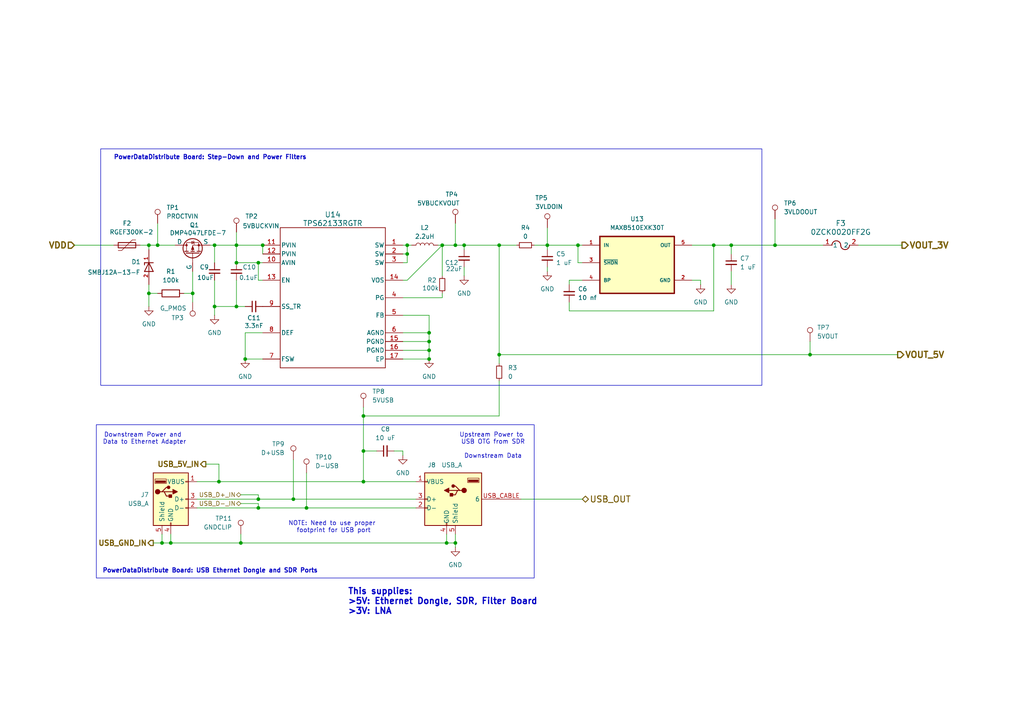
<source format=kicad_sch>
(kicad_sch (version 20231120) (generator "eeschema") (generator_version "8.0")
  (paper "A4")
  (title_block (title "PowerDataDistribute") (date "2025-03-28") (rev "Version 2.0"))
  (lib_symbols
    (symbol "Connector:TestPoint" (pin_numbers hide) (pin_names (offset 0.762) hide)
      (property "Reference" "TP" (at 0 6.858 0))
      (property "Value" "TestPoint" (at 0 5.08 0))
      (symbol "TestPoint_0_1"
        (circle (center 0 3.302) (radius 0.762))
      )
      (symbol "TestPoint_1_1"
        (pin passive line (at 0 0 90) (length 2.54) (name "1") (number "1"))
      )
    )
    (symbol "Connector:USB_A" (pin_names (offset 1.016))
      (property "Reference" "J" (at -5.08 11.43 0))
      (property "Value" "USB_A" (at -5.08 8.89 0))
      (symbol "USB_A_0_1"
        (rectangle (start -5.08 -7.62) (end 5.08 7.62) (stroke (width 0.254)) (fill (type background)))
        (circle (center -3.81 2.159) (radius 0.635) (stroke (width 0.254)) (fill (type outline)))
        (rectangle (start -1.524 4.826) (end -4.318 5.334) (fill (type outline)))
        (rectangle (start -1.27 4.572) (end -4.572 5.842))
        (circle (center -0.635 3.429) (radius 0.381) (stroke (width 0.254)) (fill (type outline)))
        (rectangle (start -0.127 -7.62) (end 0.127 -6.858))
        (polyline (pts (xy -3.175 2.159) (xy -2.54 2.159) (xy -1.27 3.429) (xy -0.635 3.429)) (stroke (width 0.254)))
        (polyline (pts (xy -2.54 2.159) (xy -1.905 2.159) (xy -1.27 0.889) (xy 0 0.889)) (stroke (width 0.254)))
        (polyline (pts (xy 0.635 2.794) (xy 0.635 1.524) (xy 1.905 2.159) (xy 0.635 2.794)) (stroke (width 0.254)) (fill (type outline)))
        (rectangle (start 0.254 1.27) (end -0.508 0.508) (stroke (width 0.254)) (fill (type outline)))
        (rectangle (start 5.08 -2.667) (end 4.318 -2.413))
        (rectangle (start 5.08 -0.127) (end 4.318 0.127))
        (rectangle (start 5.08 4.953) (end 4.318 5.207))
      )
      (symbol "USB_A_1_1"
        (polyline (pts (xy -1.905 2.159) (xy 0.635 2.159)) (stroke (width 0.254)))
        (pin power_in line (at 7.62 5.08 180) (length 2.54) (name "VBUS") (number "1"))
        (pin bidirectional line (at 7.62 -2.54 180) (length 2.54) (name "D-") (number "2"))
        (pin bidirectional line (at 7.62 0 180) (length 2.54) (name "D+") (number "3"))
        (pin power_in line (at 0 -10.16 90) (length 2.54) (name "GND") (number "4"))
        (pin passive line (at -2.54 -10.16 90) (length 2.54) (name "Shield") (number "5"))
      )
    )
    (symbol "Device:C_Small" (pin_numbers hide) (pin_names (offset 0.254) hide)
      (property "Reference" "C" (at 0.254 1.778 0))
      (property "Value" "C_Small" (at 0.254 -2.032 0))
      (symbol "C_Small_0_1"
        (polyline (pts (xy -1.524 -0.508) (xy 1.524 -0.508)) (stroke (width 0.3302)))
        (polyline (pts (xy -1.524 0.508) (xy 1.524 0.508)) (stroke (width 0.3048)))
      )
      (symbol "C_Small_1_1"
        (pin passive line (at 0 2.54 270) (length 2.032) (name "~") (number "1"))
        (pin passive line (at 0 -2.54 90) (length 2.032) (name "~") (number "2"))
      )
    )
    (symbol "Device:L" (pin_numbers hide) (pin_names (offset 1.016) hide)
      (property "Reference" "L" (at -1.27 0 90))
      (property "Value" "L" (at 1.905 0 90))
      (symbol "L_0_1"
        (arc (start 0 -2.54) (mid 0.6323 -1.905) (end 0 -1.27))
        (arc (start 0 -1.27) (mid 0.6323 -0.635) (end 0 0))
        (arc (start 0 0) (mid 0.6323 0.635) (end 0 1.27))
        (arc (start 0 1.27) (mid 0.6323 1.905) (end 0 2.54))
      )
      (symbol "L_1_1"
        (pin passive line (at 0 3.81 270) (length 1.27) (name "1") (number "1"))
        (pin passive line (at 0 -3.81 90) (length 1.27) (name "2") (number "2"))
      )
    )
    (symbol "Device:Polyfuse" (pin_numbers hide) (pin_names (offset 0))
      (property "Reference" "F" (at -2.54 0 90))
      (property "Value" "Polyfuse" (at 2.54 0 90))
      (symbol "Polyfuse_0_1"
        (rectangle (start -0.762 2.54) (end 0.762 -2.54) (stroke (width 0.254)))
        (polyline (pts (xy 0 2.54) (xy 0 -2.54)))
        (polyline (pts (xy -1.524 2.54) (xy -1.524 1.524) (xy 1.524 -1.524) (xy 1.524 -2.54)))
      )
      (symbol "Polyfuse_1_1"
        (pin passive line (at 0 3.81 270) (length 1.27) (name "~") (number "1"))
        (pin passive line (at 0 -3.81 90) (length 1.27) (name "~") (number "2"))
      )
    )
    (symbol "Device:R" (pin_numbers hide) (pin_names (offset 0))
      (property "Reference" "R" (at 2.032 0 90))
      (property "Value" "R" (at 0 0 90))
      (symbol "R_0_1"
        (rectangle (start -1.016 -2.54) (end 1.016 2.54) (stroke (width 0.254)))
      )
      (symbol "R_1_1"
        (pin passive line (at 0 3.81 270) (length 1.27) (name "~") (number "1"))
        (pin passive line (at 0 -3.81 90) (length 1.27) (name "~") (number "2"))
      )
    )
    (symbol "Device:R_Small" (pin_numbers hide) (pin_names (offset 0.254) hide)
      (property "Reference" "R" (at 0.762 0.508 0))
      (property "Value" "R_Small" (at 0.762 -1.016 0))
      (symbol "R_Small_0_1"
        (rectangle (start -0.762 1.778) (end 0.762 -1.778) (stroke (width 0.2032)))
      )
      (symbol "R_Small_1_1"
        (pin passive line (at 0 2.54 270) (length 0.762) (name "~") (number "1"))
        (pin passive line (at 0 -2.54 90) (length 0.762) (name "~") (number "2"))
      )
    )
    (symbol "Radio Telescope:0ZCK0020FF2G" (pin_names (offset 0.254))
      (property "Reference" "F" (at 5.08 3.175 0))
      (property "Value" "0ZCK0020FF2G" (at 5.08 -3.175 0))
      (symbol "0ZCK0020FF2G_0_1"
        (arc (start 5.08 0) (mid 3.81 1.2645) (end 2.54 0) (stroke (width 0.254)))
        (arc (start 5.08 0) (mid 6.35 -1.2645) (end 7.62 0) (stroke (width 0.254)))
        (pin unspecified line (at 0 0 0) (length 2.54) (name "1") (number "1"))
        (pin unspecified line (at 10.16 0 180) (length 2.54) (name "2") (number "2"))
      )
    )
    (symbol "Radio Telescope:MAX8510EXK30T" (pin_names (offset 1.016))
      (property "Reference" "U" (at -12.7 11.16 0))
      (property "Value" "MAX8510EXK30T" (at -8.89 -9.144 0))
      (symbol "MAX8510EXK30T_0_0"
        (rectangle (start -12.7 10.16) (end 8.89 -6.35) (stroke (width 0.41)) (fill (type background)))
        (pin input line (at -17.78 7.62 0) (length 5.08) (name "IN") (number "1"))
        (pin power_in line (at 13.97 -2.54 180) (length 5.08) (name "GND") (number "2"))
        (pin bidirectional line (at -17.78 2.54 0) (length 5.08) (name "~{SHDN}") (number "3"))
        (pin bidirectional line (at -17.78 -2.54 0) (length 5.08) (name "BP") (number "4"))
        (pin output line (at 13.97 7.62 180) (length 5.08) (name "OUT") (number "5"))
      )
    )
    (symbol "Radio Telescope:SMBJ5.0A-13-F" (pin_names (offset 1.016))
      (property "Reference" "D" (at -5.0835 2.4159 0))
      (property "Value" "SMBJ5.0A-13-F" (at -5.0854 -4.9611 0))
      (symbol "SMBJ5.0A-13-F_0_0"
        (polyline (pts (xy -1.27 -1.27) (xy -1.27 0)) (stroke (width 0.254)))
        (polyline (pts (xy -1.27 0) (xy -1.27 1.27)) (stroke (width 0.254)))
        (polyline (pts (xy -1.27 0) (xy 1.27 -1.27)) (stroke (width 0.254)))
        (polyline (pts (xy -0.635 -1.27) (xy -1.27 -1.27)) (stroke (width 0.254)))
        (polyline (pts (xy 1.27 -1.27) (xy 1.27 1.27)) (stroke (width 0.254)))
        (polyline (pts (xy 1.27 1.27) (xy -1.27 0)) (stroke (width 0.254)))
        (pin passive line (at -5.08 0 0) (length 5.08) (name "~") (number "1"))
        (pin passive line (at 5.08 0 180) (length 5.08) (name "~") (number "2"))
      )
    )
    (symbol "Radio Telescope:USB_A_WIRED"
      (property "Reference" "J" (at 0 0 0))
      (property "Value" "USB_A" (at -4.826 -0.762 0))
      (symbol "USB_A_WIRED_0_1"
        (rectangle (start -5.08 -2.54) (end 11.43 -17.78) (stroke (width 0.254)) (fill (type background)))
        (rectangle (start -1.27 -5.08) (end -4.064 -4.572) (fill (type outline)))
        (rectangle (start -1.016 -5.334) (end -4.318 -4.064))
        (circle (center 0 -7.62) (radius 0.635) (stroke (width 0.254)) (fill (type outline)))
        (polyline (pts (xy 0.635 -7.62) (xy 1.27 -7.62) (xy 2.54 -6.35) (xy 3.175 -6.35)) (stroke (width 0.254)))
        (polyline (pts (xy 1.27 -7.62) (xy 1.905 -7.62) (xy 2.54 -8.89) (xy 3.81 -8.89)) (stroke (width 0.254)))
        (polyline (pts (xy 4.445 -6.985) (xy 4.445 -8.255) (xy 5.715 -7.62) (xy 4.445 -6.985)) (stroke (width 0.254)) (fill (type outline)))
        (circle (center 3.175 -6.35) (radius 0.381) (stroke (width 0.254)) (fill (type outline)))
        (rectangle (start 4.064 -8.509) (end 3.302 -9.271) (stroke (width 0.254)) (fill (type outline)))
        (rectangle (start 4.953 -17.78) (end 5.207 -17.018))
        (rectangle (start 11.43 -12.827) (end 10.668 -12.573))
        (rectangle (start 11.43 -10.287) (end 10.668 -10.033))
        (rectangle (start 11.43 -5.207) (end 10.668 -4.953))
      )
      (symbol "USB_A_WIRED_1_1"
        (polyline (pts (xy 1.905 -7.62) (xy 4.445 -7.62)) (stroke (width 0.254)))
        (pin power_in line (at 13.97 -5.08 180) (length 2.54) (name "VBUS") (number "1"))
        (pin bidirectional line (at 13.97 -12.7 180) (length 2.54) (name "D-") (number "2"))
        (pin bidirectional line (at 13.97 -10.16 180) (length 2.54) (name "D+") (number "3"))
        (pin power_in line (at 5.08 -20.32 90) (length 2.54) (name "GND") (number "4"))
        (pin passive line (at 2.54 -20.32 90) (length 2.54) (name "Shield") (number "5"))
        (pin bidirectional line (at -16.51 -10.16 0) (length 11.43) (name "6") (number "USB_CABLE"))
      )
    )
    (symbol "Simulation_SPICE:PMOS" (pin_numbers hide) (pin_names (offset 0))
      (property "Reference" "Q" (at 5.08 1.27 0))
      (property "Value" "PMOS" (at 5.08 -1.27 0))
      (symbol "PMOS_0_1"
        (polyline (pts (xy 0.254 0) (xy -2.54 0)))
        (polyline (pts (xy 0.254 1.905) (xy 0.254 -1.905)) (stroke (width 0.254)))
        (polyline (pts (xy 0.762 -1.27) (xy 0.762 -2.286)) (stroke (width 0.254)))
        (polyline (pts (xy 0.762 0.508) (xy 0.762 -0.508)) (stroke (width 0.254)))
        (polyline (pts (xy 0.762 2.286) (xy 0.762 1.27)) (stroke (width 0.254)))
        (polyline (pts (xy 2.54 2.54) (xy 2.54 1.778)))
        (polyline (pts (xy 2.54 -2.54) (xy 2.54 0) (xy 0.762 0)))
        (polyline (pts (xy 0.762 1.778) (xy 3.302 1.778) (xy 3.302 -1.778) (xy 0.762 -1.778)))
        (polyline (pts (xy 2.286 0) (xy 1.27 0.381) (xy 1.27 -0.381) (xy 2.286 0)) (fill (type outline)))
        (polyline (pts (xy 2.794 -0.508) (xy 2.921 -0.381) (xy 3.683 -0.381) (xy 3.81 -0.254)))
        (polyline (pts (xy 3.302 -0.381) (xy 2.921 0.254) (xy 3.683 0.254) (xy 3.302 -0.381)))
        (circle (center 1.651 0) (radius 2.794) (stroke (width 0.254)))
        (circle (center 2.54 -1.778) (radius 0.254) (fill (type outline)))
        (circle (center 2.54 1.778) (radius 0.254) (fill (type outline)))
      )
      (symbol "PMOS_1_1"
        (pin passive line (at 2.54 5.08 270) (length 2.54) (name "D") (number "1"))
        (pin input line (at -5.08 0 0) (length 2.54) (name "G") (number "2"))
        (pin passive line (at 2.54 -5.08 90) (length 2.54) (name "S") (number "3"))
      )
    )
    (symbol "TPS62133RGTR:TPS62133RGTR" (pin_names (offset 0.254))
      (property "Reference" "U" (at 0 2.54 0))
      (property "Value" "TPS62133RGTR" (at 0 0 0))
      (symbol "TPS62133RGTR_0_1"
        (polyline (pts (xy -15.24 -20.32) (xy 15.24 -20.32)) (stroke (width 0.2032)))
        (polyline (pts (xy -15.24 20.32) (xy -15.24 -20.32)) (stroke (width 0.2032)))
        (polyline (pts (xy 15.24 -20.32) (xy 15.24 20.32)) (stroke (width 0.2032)))
        (polyline (pts (xy 15.24 20.32) (xy -15.24 20.32)) (stroke (width 0.2032)))
        (pin power_in line (at 20.32 15.24 180) (length 5.08) (name "SW") (number "1"))
        (pin power_in line (at -20.32 10.16 0) (length 5.08) (name "AVIN") (number "10"))
        (pin power_in line (at -20.32 15.24 0) (length 5.08) (name "PVIN") (number "11"))
        (pin power_in line (at -20.32 12.7 0) (length 5.08) (name "PVIN") (number "12"))
        (pin input line (at -20.32 5.08 0) (length 5.08) (name "EN") (number "13"))
        (pin input line (at 20.32 5.08 180) (length 5.08) (name "VOS") (number "14"))
        (pin power_in line (at 20.32 -12.7 180) (length 5.08) (name "PGND") (number "15"))
        (pin power_in line (at 20.32 -15.24 180) (length 5.08) (name "PGND") (number "16"))
        (pin power_in line (at 20.32 -17.78 180) (length 5.08) (name "EP") (number "17"))
        (pin power_in line (at 20.32 12.7 180) (length 5.08) (name "SW") (number "2"))
        (pin power_in line (at 20.32 10.16 180) (length 5.08) (name "SW") (number "3"))
        (pin open_collector line (at 20.32 0 180) (length 5.08) (name "PG") (number "4"))
        (pin input line (at 20.32 -5.08 180) (length 5.08) (name "FB") (number "5"))
        (pin power_in line (at 20.32 -10.16 180) (length 5.08) (name "AGND") (number "6"))
        (pin input line (at -20.32 -17.78 0) (length 5.08) (name "FSW") (number "7"))
        (pin input line (at -20.32 -10.16 0) (length 5.08) (name "DEF") (number "8"))
        (pin input line (at -20.32 -2.54 0) (length 5.08) (name "SS_TR") (number "9"))
      )
    )
    (symbol "power:GND" (power) (pin_numbers hide) (pin_names (offset 0) hide)
      (property "Value" "GND" (at 0 -3.81 0))
      (symbol "GND_0_1"
        (polyline (pts (xy 0 0) (xy 0 -1.27) (xy 1.27 -1.27) (xy 0 -2.54) (xy -1.27 -1.27) (xy 0 -1.27)))
      )
      (symbol "GND_1_1"
        (pin power_in line (at 0 0 270) (length 0) (name "~") (number "1"))
      )
    )
  )
  (junction (at 105.41 120.65))
  (junction (at 45.72 71.12))
  (junction (at 105.41 130.81))
  (junction (at 118.11 73.66))
  (junction (at 132.08 157.48))
  (junction (at 224.79 71.12))
  (junction (at 76.2 71.12))
  (junction (at 63.5 139.7))
  (junction (at 62.23 88.9))
  (junction (at 74.93 147.32))
  (junction (at 88.9 147.32))
  (junction (at 74.93 144.78))
  (junction (at 105.41 139.7))
  (junction (at 207.01 71.12))
  (junction (at 134.62 71.12))
  (junction (at 124.46 99.06))
  (junction (at 74.93 76.2))
  (junction (at 144.78 71.12))
  (junction (at 124.46 96.52))
  (junction (at 46.99 157.48))
  (junction (at 68.58 76.2))
  (junction (at 43.18 71.12))
  (junction (at 43.18 85.09))
  (junction (at 158.75 71.12))
  (junction (at 68.58 88.9))
  (junction (at 144.78 102.87))
  (junction (at 124.46 101.6))
  (junction (at 55.88 85.09))
  (junction (at 212.09 71.12))
  (junction (at 85.09 144.78))
  (junction (at 128.27 71.12))
  (junction (at 118.11 71.12))
  (junction (at 62.23 71.12))
  (junction (at 234.95 102.87))
  (junction (at 132.08 71.12))
  (junction (at 71.12 104.14))
  (junction (at 124.46 104.14))
  (junction (at 69.85 157.48))
  (junction (at 129.54 157.48))
  (junction (at 68.58 71.12))
  (junction (at 49.53 157.48))
  (junction (at 167.64 71.12))
  (wire (pts (xy 62.23 81.28) (xy 62.23 88.9)))
  (wire (pts (xy 74.93 146.05) (xy 74.93 147.32)))
  (wire (pts (xy 74.93 144.78) (xy 85.09 144.78)))
  (wire (pts (xy 69.85 154.94) (xy 69.85 157.48)))
  (wire (pts (xy 118.11 81.28) (xy 128.27 71.12)))
  (wire (pts (xy 118.11 71.12) (xy 119.38 71.12)))
  (wire (pts (xy 168.91 144.78) (xy 151.13 144.78)))
  (wire (pts (xy 49.53 154.94) (xy 49.53 157.48)))
  (wire (pts (xy 207.01 71.12) (xy 200.66 71.12)))
  (wire (pts (xy 46.99 157.48) (xy 49.53 157.48)))
  (wire (pts (xy 144.78 102.87) (xy 144.78 105.41)))
  (wire (pts (xy 124.46 99.06) (xy 124.46 101.6)))
  (wire (pts (xy 212.09 71.12) (xy 212.09 73.66)))
  (wire (pts (xy 55.88 85.09) (xy 55.88 87.63)))
  (wire (pts (xy 116.84 71.12) (xy 118.11 71.12)))
  (wire (pts (xy 76.2 96.52) (xy 71.12 96.52)))
  (wire (pts (xy 105.41 120.65) (xy 144.78 120.65)))
  (wire (pts (xy 71.12 104.14) (xy 76.2 104.14)))
  (wire (pts (xy 69.85 143.51) (xy 74.93 143.51)))
  (wire (pts (xy 224.79 71.12) (xy 238.76 71.12)))
  (wire (pts (xy 116.84 101.6) (xy 124.46 101.6)))
  (wire (pts (xy 68.58 71.12) (xy 76.2 71.12)))
  (wire (pts (xy 116.84 96.52) (xy 124.46 96.52)))
  (wire (pts (xy 124.46 96.52) (xy 124.46 99.06)))
  (wire (pts (xy 74.93 76.2) (xy 76.2 76.2)))
  (wire (pts (xy 60.96 71.12) (xy 62.23 71.12)))
  (wire (pts (xy 62.23 88.9) (xy 62.23 91.44)))
  (wire (pts (xy 128.27 85.09) (xy 128.27 86.36)))
  (wire (pts (xy 144.78 71.12) (xy 144.78 102.87)))
  (wire (pts (xy 68.58 67.31) (xy 68.58 71.12)))
  (wire (pts (xy 124.46 91.44) (xy 124.46 96.52)))
  (wire (pts (xy 116.84 81.28) (xy 118.11 81.28)))
  (wire (pts (xy 118.11 76.2) (xy 118.11 73.66)))
  (wire (pts (xy 158.75 66.04) (xy 158.75 71.12)))
  (wire (pts (xy 134.62 71.12) (xy 134.62 72.39)))
  (wire (pts (xy 132.08 157.48) (xy 132.08 158.75)))
  (wire (pts (xy 43.18 72.39) (xy 43.18 71.12)))
  (wire (pts (xy 88.9 137.16) (xy 88.9 147.32)))
  (wire (pts (xy 68.58 81.28) (xy 68.58 88.9)))
  (wire (pts (xy 62.23 71.12) (xy 68.58 71.12)))
  (wire (pts (xy 129.54 154.94) (xy 129.54 157.48)))
  (wire (pts (xy 45.72 64.77) (xy 45.72 71.12)))
  (wire (pts (xy 40.64 71.12) (xy 43.18 71.12)))
  (wire (pts (xy 105.41 130.81) (xy 105.41 139.7)))
  (wire (pts (xy 118.11 73.66) (xy 118.11 71.12)))
  (wire (pts (xy 74.93 143.51) (xy 74.93 144.78)))
  (wire (pts (xy 69.85 146.05) (xy 74.93 146.05)))
  (wire (pts (xy 144.78 102.87) (xy 234.95 102.87)))
  (wire (pts (xy 132.08 154.94) (xy 132.08 157.48)))
  (wire (pts (xy 63.5 134.62) (xy 63.5 139.7)))
  (wire (pts (xy 224.79 63.5) (xy 224.79 71.12)))
  (wire (pts (xy 168.91 76.2) (xy 167.64 76.2)))
  (wire (pts (xy 207.01 90.17) (xy 207.01 71.12)))
  (wire (pts (xy 105.41 139.7) (xy 120.65 139.7)))
  (wire (pts (xy 71.12 96.52) (xy 71.12 104.14)))
  (wire (pts (xy 43.18 82.55) (xy 43.18 85.09)))
  (wire (pts (xy 158.75 71.12) (xy 158.75 72.39)))
  (wire (pts (xy 59.69 134.62) (xy 63.5 134.62)))
  (wire (pts (xy 134.62 71.12) (xy 132.08 71.12)))
  (wire (pts (xy 128.27 71.12) (xy 132.08 71.12)))
  (wire (pts (xy 116.84 76.2) (xy 118.11 76.2)))
  (wire (pts (xy 165.1 90.17) (xy 207.01 90.17)))
  (wire (pts (xy 132.08 64.77) (xy 132.08 71.12)))
  (wire (pts (xy 45.72 71.12) (xy 43.18 71.12)))
  (wire (pts (xy 68.58 76.2) (xy 74.93 76.2)))
  (wire (pts (xy 116.84 91.44) (xy 124.46 91.44)))
  (wire (pts (xy 158.75 71.12) (xy 167.64 71.12)))
  (wire (pts (xy 116.84 73.66) (xy 118.11 73.66)))
  (wire (pts (xy 203.2 81.28) (xy 203.2 82.55)))
  (wire (pts (xy 105.41 130.81) (xy 109.22 130.81)))
  (wire (pts (xy 49.53 157.48) (xy 69.85 157.48)))
  (wire (pts (xy 167.64 71.12) (xy 168.91 71.12)))
  (wire (pts (xy 45.72 71.12) (xy 50.8 71.12)))
  (wire (pts (xy 105.41 118.11) (xy 105.41 120.65)))
  (wire (pts (xy 165.1 81.28) (xy 165.1 82.55)))
  (wire (pts (xy 168.91 81.28) (xy 165.1 81.28)))
  (wire (pts (xy 248.92 71.12) (xy 261.62 71.12)))
  (wire (pts (xy 127 71.12) (xy 128.27 71.12)))
  (wire (pts (xy 114.3 130.81) (xy 116.84 130.81)))
  (wire (pts (xy 144.78 110.49) (xy 144.78 120.65)))
  (wire (pts (xy 212.09 71.12) (xy 224.79 71.12)))
  (wire (pts (xy 43.18 85.09) (xy 43.18 88.9)))
  (wire (pts (xy 43.18 85.09) (xy 45.72 85.09)))
  (wire (pts (xy 57.15 147.32) (xy 74.93 147.32)))
  (wire (pts (xy 212.09 78.74) (xy 212.09 82.55)))
  (wire (pts (xy 74.93 76.2) (xy 74.93 81.28)))
  (wire (pts (xy 85.09 133.35) (xy 85.09 144.78)))
  (wire (pts (xy 134.62 77.47) (xy 134.62 80.01)))
  (wire (pts (xy 68.58 88.9) (xy 71.12 88.9)))
  (wire (pts (xy 85.09 144.78) (xy 120.65 144.78)))
  (wire (pts (xy 74.93 147.32) (xy 88.9 147.32)))
  (wire (pts (xy 128.27 71.12) (xy 128.27 80.01)))
  (wire (pts (xy 144.78 71.12) (xy 149.86 71.12)))
  (wire (pts (xy 129.54 157.48) (xy 132.08 157.48)))
  (wire (pts (xy 234.95 99.06) (xy 234.95 102.87)))
  (wire (pts (xy 62.23 71.12) (xy 62.23 76.2)))
  (wire (pts (xy 234.95 102.87) (xy 260.35 102.87)))
  (wire (pts (xy 134.62 71.12) (xy 144.78 71.12)))
  (wire (pts (xy 200.66 81.28) (xy 203.2 81.28)))
  (wire (pts (xy 68.58 71.12) (xy 68.58 76.2)))
  (wire (pts (xy 154.94 71.12) (xy 158.75 71.12)))
  (wire (pts (xy 63.5 139.7) (xy 105.41 139.7)))
  (wire (pts (xy 69.85 157.48) (xy 129.54 157.48)))
  (wire (pts (xy 62.23 88.9) (xy 68.58 88.9)))
  (wire (pts (xy 116.84 130.81) (xy 116.84 132.08)))
  (wire (pts (xy 21.59 71.12) (xy 33.02 71.12)))
  (wire (pts (xy 76.2 71.12) (xy 76.2 73.66)))
  (wire (pts (xy 55.88 85.09) (xy 53.34 85.09)))
  (wire (pts (xy 57.15 144.78) (xy 74.93 144.78)))
  (wire (pts (xy 116.84 86.36) (xy 128.27 86.36)))
  (wire (pts (xy 76.2 81.28) (xy 74.93 81.28)))
  (wire (pts (xy 158.75 77.47) (xy 158.75 78.74)))
  (wire (pts (xy 44.45 157.48) (xy 46.99 157.48)))
  (wire (pts (xy 105.41 130.81) (xy 105.41 120.65)))
  (wire (pts (xy 88.9 147.32) (xy 120.65 147.32)))
  (wire (pts (xy 55.88 78.74) (xy 55.88 85.09)))
  (wire (pts (xy 165.1 87.63) (xy 165.1 90.17)))
  (wire (pts (xy 124.46 101.6) (xy 124.46 104.14)))
  (wire (pts (xy 207.01 71.12) (xy 212.09 71.12)))
  (wire (pts (xy 167.64 76.2) (xy 167.64 71.12)))
  (wire (pts (xy 116.84 99.06) (xy 124.46 99.06)))
  (wire (pts (xy 116.84 104.14) (xy 124.46 104.14)))
  (wire (pts (xy 57.15 139.7) (xy 63.5 139.7)))
  (wire (pts (xy 46.99 157.48) (xy 46.99 154.94)))
  (rectangle (start 27.94 123.19) (end 154.94 167.64))
  (rectangle (start 29.21 43.18) (end 220.98 111.76))
  (text "NOTE: Need to use proper \nfootprint for USB port" (at 96.774 152.908 0) (effects (font (size 1.27 1.27))))
  (text "PowerDataDistribute Board: USB Ethernet Dongle and SDR Ports" (at 60.96 165.608 0) (effects (font (size 1.27 1.27) (thickness 0.254) (bold yes))))
  (text "Downstream Power and \nData to Ethernet Adapter" (at 41.91 127.254 0) (effects (font (size 1.27 1.27))))
  (text "Upstream Power to \nUSB OTG from SDR\n\nDownstream Data" (at 143.002 129.286 0) (effects (font (size 1.27 1.27))))
  (text "This supplies:\n>5V: Ethernet Dongle, SDR, Filter Board\n>3V: LNA" (at 100.838 174.498 0) (effects (font (size 1.778 1.778) (thickness 0.3556) (bold yes)) (justify left)))
  (text "PowerDataDistribute Board: Step-Down and Power Filters" (at 60.96 45.72 0) (effects (font (size 1.27 1.27) (thickness 0.254) (bold yes))))
  (hierarchical_label "VDD" (shape input) (at 21.59 71.12 180) (effects (font (size 1.778 1.778) (thickness 0.3556) (bold yes))))
  (hierarchical_label "USB_D-_IN" (shape bidirectional) (at 69.85 146.05 180))
  (hierarchical_label "USB_D+_IN" (shape bidirectional) (at 69.85 143.51 180))
  (hierarchical_label "USB_5V_IN" (shape output) (at 59.69 134.62 180) (effects (font (size 1.524 1.524) (thickness 0.3048) (bold yes))))
  (hierarchical_label "USB_GND_IN" (shape output) (at 44.45 157.48 180) (effects (font (size 1.524 1.524) (thickness 0.3048) (bold yes))))
  (hierarchical_label "VOUT_3V" (shape output) (at 261.62 71.12 0) (effects (font (size 1.778 1.778) (thickness 0.3556) (bold yes))))
  (hierarchical_label "USB_OUT" (shape bidirectional) (at 168.91 144.78 0) (effects (font (size 1.778 1.778) (thickness 0.254) (bold yes))))
  (hierarchical_label "VOUT_5V" (shape output) (at 260.35 102.87 0) (effects (font (size 1.778 1.778) (thickness 0.3556) (bold yes))))
  (symbol (lib_id "Connector:TestPoint") (at 55.88 87.63 180) (unit 1)
    (property "Reference" "TP3" (at 53.34 92.2021 0) (effects (justify left)))
    (property "Value" "G_PMOS" (at 54.102 89.408 0) (effects (justify left)))
    (property "Footprint" "Library:TestPoint_Pad_D1.0mm_Edit" (effects (hide yes)))
    (property "Description" "test point" (effects (hide yes)))
  )
  (symbol (lib_id "power:GND") (at 132.08 158.75 0) (unit 1)
    (property "Reference" "#PWR028" (effects (hide yes)))
    (property "Value" "GND" (at 132.08 163.83 0))
    (property "Description" "Power symbol creates a global label with name \"GND\" , ground" (effects (hide yes)))
  )
  (symbol (lib_id "Connector:TestPoint") (at 85.09 133.35 0) (mirror y) (unit 1)
    (property "Reference" "TP9" (at 82.55 128.7779 0) (effects (justify left)))
    (property "Value" "D+USB" (at 82.55 131.3179 0) (effects (justify left)))
    (property "Footprint" "Library:TestPoint_Pad_D1.0mm_Edit" (effects (hide yes)))
    (property "Description" "test point" (effects (hide yes)))
  )
  (symbol (lib_id "Radio Telescope:SMBJ5.0A-13-F") (at 43.18 77.47 270) (unit 1)
    (property "Reference" "D1" (at 38.1 75.946 90) (effects (justify left)))
    (property "Value" "SMBJ12A-13-F" (at 25.4 78.994 90) (effects (justify left)))
    (property "Footprint" "Library:SMB_DIO" (effects (hide yes)))
    (property "MAXIMUM_PACKAGE_HEIGHT" "2.50mm" (effects (hide yes)))
    (property "PARTREV" "20 - 2" (effects (hide yes)))
    (property "MANUFACTURER" "Diodes Inc." (effects (hide yes)))
    (property "SNAPEDA_PACKAGE_ID" "7518" (effects (hide yes)))
    (property "STANDARD" "IPC 7351B" (effects (hide yes)))
  )
  (symbol (lib_id "Connector:TestPoint") (at 158.75 66.04 0) (unit 1)
    (property "Reference" "TP5" (at 155.194 57.404 0) (effects (justify left)))
    (property "Value" "3VLDOIN" (at 155.194 59.944 0) (effects (justify left)))
    (property "Footprint" "Library:TestPoint_Pad_D1.0mm_Edit" (effects (hide yes)))
    (property "Description" "test point" (effects (hide yes)))
  )
  (symbol (lib_id "Device:L") (at 123.19 71.12 90) (unit 1)
    (property "Reference" "L2" (at 123.19 66.04 90))
    (property "Value" "2.2uH" (at 123.19 68.58 90))
    (property "Footprint" "Library:IND_CB_DRA73" (effects (hide yes)))
    (property "Description" "Inductor" (effects (hide yes)))
  )
  (symbol (lib_id "power:GND") (at 43.18 88.9 0) (unit 1)
    (property "Reference" "#PWR035" (effects (hide yes)))
    (property "Value" "GND" (at 43.18 93.98 0))
    (property "Description" "Power symbol creates a global label with name \"GND\" , ground" (effects (hide yes)))
  )
  (symbol (lib_id "Connector:TestPoint") (at 224.79 63.5 0) (unit 1)
    (property "Reference" "TP6" (at 227.33 58.9279 0) (effects (justify left)))
    (property "Value" "3VLDOOUT" (at 227.33 61.4679 0) (effects (justify left)))
    (property "Footprint" "Library:TestPoint_Pad_D1.0mm_Edit" (effects (hide yes)))
    (property "Description" "test point" (effects (hide yes)))
  )
  (symbol (lib_id "Device:Polyfuse") (at 36.83 71.12 90) (unit 1)
    (property "Reference" "F2" (at 36.83 64.77 90))
    (property "Value" "RGEF300K-2" (at 38.1 67.31 90))
    (property "Footprint" "Library:RGEF300K-2" (effects (hide yes)))
    (property "Description" "Resettable fuse, polymeric positive temperature coefficient" (effects (hide yes)))
  )
  (symbol (lib_id "power:GND") (at 71.12 104.14 0) (unit 1)
    (property "Reference" "#PWR039" (effects (hide yes)))
    (property "Value" "GND" (at 71.12 109.22 0))
    (property "Description" "Power symbol creates a global label with name \"GND\" , ground" (effects (hide yes)))
  )
  (symbol (lib_id "Radio Telescope:USB_A_WIRED") (at 134.62 134.62 0) (mirror y) (unit 1)
    (property "Reference" "J8" (at 125.222 134.874 0))
    (property "Value" "USB_A" (at 131.064 134.874 0))
    (property "Footprint" "Library:CONN_AU-Y1005-2_ASM" (effects (hide yes)))
  )
  (symbol (lib_id "power:GND") (at 158.75 78.74 0) (unit 1)
    (property "Reference" "#PWR018" (effects (hide yes)))
    (property "Value" "GND" (at 158.75 83.82 0))
    (property "Description" "Power symbol creates a global label with name \"GND\" , ground" (effects (hide yes)))
  )
  (symbol (lib_id "Simulation_SPICE:PMOS") (at 55.88 73.66 90) (unit 1)
    (property "Reference" "Q1" (at 56.388 65.278 90))
    (property "Value" "DMP4047LFDE-7" (at 57.404 67.564 90))
    (property "Footprint" "Library:U-DFN2020-6_DIO" (effects (hide yes)))
    (property "Datasheet" "https://ngspice.sourceforge.io/docs/ngspice-html-manual/manual.xhtml#cha_MOSFETs" (effects (hide yes)))
    (property "Description" "P-MOSFET transistor, drain/source/gate" (effects (hide yes)))
    (property "Sim.Device" "PMOS" (effects (hide yes)))
    (property "Sim.Type" "VDMOS" (effects (hide yes)))
    (property "Sim.Pins" "1=D 2=G 3=S" (effects (hide yes)))
  )
  (symbol (lib_id "Connector:TestPoint") (at 69.85 154.94 0) (mirror y) (unit 1)
    (property "Reference" "TP11" (at 67.31 150.3679 0) (effects (justify left)))
    (property "Value" "GNDCLIP" (at 67.31 152.9079 0) (effects (justify left)))
    (property "Footprint" "TestPoint:TestPoint_Pad_4.0x4.0mm" (effects (hide yes)))
    (property "Description" "test point" (effects (hide yes)))
  )
  (symbol (lib_id "Device:C_Small") (at 158.75 74.93 0) (unit 1)
    (property "Reference" "C5" (at 161.29 73.6662 0) (effects (justify left)))
    (property "Value" "1 uF" (at 161.29 76.2062 0) (effects (justify left)))
    (property "Footprint" "Capacitor_SMD:C_0805_2012Metric" (effects (hide yes)))
    (property "Description" "Unpolarized capacitor, small symbol" (effects (hide yes)))
  )
  (symbol (lib_id "Device:R_Small") (at 152.4 71.12 270) (unit 1)
    (property "Reference" "R4" (at 152.4 66.04 90))
    (property "Value" "0" (at 152.4 68.58 90))
    (property "Footprint" "Resistor_SMD:R_0805_2012Metric" (effects (hide yes)))
    (property "Description" "Resistor, small symbol" (effects (hide yes)))
  )
  (symbol (lib_id "Radio Telescope:MAX8510EXK30T") (at 186.69 78.74 0) (unit 1)
    (property "Reference" "U13" (at 184.785 63.5 0))
    (property "Value" "MAX8510EXK30T" (at 184.785 66.04 0))
    (property "Footprint" "Library:SOT65P210X110-5N" (effects (hide yes)))
  )
  (symbol (lib_id "TPS62133RGTR:TPS62133RGTR") (at 96.52 86.36 0) (unit 1)
    (property "Reference" "U14" (at 96.52 62.23 0) (effects (font (size 1.524 1.524))))
    (property "Value" "TPS62133RGTR" (at 96.52 64.77 0) (effects (font (size 1.524 1.524))))
    (property "Footprint" "TPS62133RGTR:RGT0016C" (effects (hide yes)))
    (property "Datasheet" "https://www.ti.com/lit/ds/symlink/tps62130.pdf?HQS=dis-dk-null-digikeymode-dsf-pf-null-wwe&ts=1743207300295" (effects (hide yes)))
  )
  (symbol (lib_id "Connector:TestPoint") (at 68.58 67.31 0) (unit 1)
    (property "Reference" "TP2" (at 71.12 62.7379 0) (effects (justify left)))
    (property "Value" "5VBUCKVIN" (at 70.358 65.532 0) (effects (justify left)))
    (property "Footprint" "Library:TestPoint_Pad_D1.0mm_Edit" (effects (hide yes)))
    (property "Description" "test point" (effects (hide yes)))
  )
  (symbol (lib_id "Connector:TestPoint") (at 105.41 118.11 0) (unit 1)
    (property "Reference" "TP8" (at 107.95 113.5379 0) (effects (justify left)))
    (property "Value" "5VUSB" (at 107.95 116.0779 0) (effects (justify left)))
    (property "Footprint" "Library:TestPoint_Pad_D1.0mm_Edit" (effects (hide yes)))
    (property "Description" "test point" (effects (hide yes)))
  )
  (symbol (lib_id "Device:C_Small") (at 62.23 78.74 0) (unit 1)
    (property "Reference" "C9" (at 57.912 77.47 0) (effects (justify left)))
    (property "Value" "10uF" (at 57.15 80.518 0) (effects (justify left)))
    (property "Footprint" "Capacitor_SMD:C_0805_2012Metric" (effects (hide yes)))
    (property "Description" "Unpolarized capacitor, small symbol" (effects (hide yes)))
  )
  (symbol (lib_id "Device:C_Small") (at 68.58 78.74 0) (unit 1)
    (property "Reference" "C10" (at 70.358 77.47 0) (effects (justify left)))
    (property "Value" "0.1uF" (at 69.342 80.518 0) (effects (justify left)))
    (property "Footprint" "Capacitor_SMD:C_0805_2012Metric" (effects (hide yes)))
    (property "Description" "Unpolarized capacitor, small symbol" (effects (hide yes)))
  )
  (symbol (lib_id "Device:R_Small") (at 128.27 82.55 0) (unit 1)
    (property "Reference" "R2" (at 123.952 81.28 0) (effects (justify left)))
    (property "Value" "100k" (at 122.428 83.566 0) (effects (justify left)))
    (property "Footprint" "Resistor_SMD:R_0805_2012Metric" (effects (hide yes)))
    (property "Description" "Resistor, small symbol" (effects (hide yes)))
  )
  (symbol (lib_id "power:GND") (at 203.2 82.55 0) (unit 1)
    (property "Reference" "#PWR033" (effects (hide yes)))
    (property "Value" "GND" (at 203.2 87.63 0))
    (property "Description" "Power symbol creates a global label with name \"GND\" , ground" (effects (hide yes)))
  )
  (symbol (lib_id "Device:R") (at 49.53 85.09 270) (unit 1)
    (property "Reference" "R1" (at 49.53 78.74 90))
    (property "Value" "100k" (at 49.53 81.28 90))
    (property "Footprint" "Resistor_SMD:R_0805_2012Metric" (effects (hide yes)))
    (property "Description" "Resistor" (effects (hide yes)))
  )
  (symbol (lib_id "power:GND") (at 124.46 104.14 0) (unit 1)
    (property "Reference" "#PWR040" (effects (hide yes)))
    (property "Value" "GND" (at 124.46 109.22 0))
    (property "Description" "Power symbol creates a global label with name \"GND\" , ground" (effects (hide yes)))
  )
  (symbol (lib_id "Radio Telescope:0ZCK0020FF2G") (at 238.76 71.12 0) (unit 1)
    (property "Reference" "F3" (at 243.84 64.77 0) (effects (font (size 1.524 1.524))))
    (property "Value" "0ZCK0020FF2G" (at 243.84 67.31 0) (effects (font (size 1.524 1.524))))
    (property "Footprint" "Library:0ZCK_BEL" (effects (hide yes)))
    (property "Datasheet" "0ZCK0020FF2G" (effects (hide yes)))
  )
  (symbol (lib_id "Device:R_Small") (at 144.78 107.95 180) (unit 1)
    (property "Reference" "R3" (at 147.32 106.6799 0) (effects (justify right)))
    (property "Value" "0" (at 147.32 109.2199 0) (effects (justify right)))
    (property "Footprint" "Resistor_SMD:R_0805_2012Metric" (effects (hide yes)))
    (property "Description" "Resistor, small symbol" (effects (hide yes)))
  )
  (symbol (lib_id "power:GND") (at 212.09 82.55 0) (unit 1)
    (property "Reference" "#PWR034" (effects (hide yes)))
    (property "Value" "GND" (at 212.09 87.63 0))
    (property "Description" "Power symbol creates a global label with name \"GND\" , ground" (effects (hide yes)))
  )
  (symbol (lib_id "Device:C_Small") (at 212.09 76.2 0) (unit 1)
    (property "Reference" "C7" (at 214.63 74.9362 0) (effects (justify left)))
    (property "Value" "1 uF" (at 214.63 77.4762 0) (effects (justify left)))
    (property "Footprint" "Capacitor_SMD:C_0805_2012Metric" (effects (hide yes)))
    (property "Description" "Unpolarized capacitor, small symbol" (effects (hide yes)))
  )
  (symbol (lib_id "Connector:TestPoint") (at 132.08 64.77 0) (mirror y) (unit 1)
    (property "Reference" "TP4" (at 132.842 56.388 0) (effects (justify left)))
    (property "Value" "5VBUCKVOUT" (at 133.35 58.928 0) (effects (justify left)))
    (property "Footprint" "Library:TestPoint_Pad_D1.0mm_Edit" (effects (hide yes)))
    (property "Description" "test point" (effects (hide yes)))
  )
  (symbol (lib_id "Connector:TestPoint") (at 88.9 137.16 0) (unit 1)
    (property "Reference" "TP10" (at 91.44 132.5879 0) (effects (justify left)))
    (property "Value" "D-USB" (at 91.44 135.1279 0) (effects (justify left)))
    (property "Footprint" "Library:TestPoint_Pad_D1.0mm_Edit" (effects (hide yes)))
    (property "Description" "test point" (effects (hide yes)))
  )
  (symbol (lib_id "Connector:TestPoint") (at 45.72 64.77 0) (unit 1)
    (property "Reference" "TP1" (at 48.26 60.1979 0) (effects (justify left)))
    (property "Value" "PROCTVIN" (at 48.26 62.7379 0) (effects (justify left)))
    (property "Footprint" "Library:TestPoint_Pad_D1.0mm_Edit" (effects (hide yes)))
    (property "Description" "test point" (effects (hide yes)))
  )
  (symbol (lib_id "power:GND") (at 116.84 132.08 0) (unit 1)
    (property "Reference" "#PWR036" (effects (hide yes)))
    (property "Value" "GND" (at 116.84 137.16 0))
    (property "Description" "Power symbol creates a global label with name \"GND\" , ground" (effects (hide yes)))
  )
  (symbol (lib_id "power:GND") (at 134.62 80.01 0) (unit 1)
    (property "Reference" "#PWR042" (effects (hide yes)))
    (property "Value" "GND" (at 134.62 85.09 0))
    (property "Description" "Power symbol creates a global label with name \"GND\" , ground" (effects (hide yes)))
  )
  (symbol (lib_id "Device:C_Small") (at 134.62 74.93 0) (unit 1)
    (property "Reference" "C12" (at 129.032 76.2 0) (effects (justify left)))
    (property "Value" "22uF" (at 129.286 77.978 0) (effects (justify left)))
    (property "Footprint" "Capacitor_SMD:C_0805_2012Metric" (effects (hide yes)))
    (property "Description" "Unpolarized capacitor, small symbol" (effects (hide yes)))
  )
  (symbol (lib_id "Device:C_Small") (at 111.76 130.81 90) (unit 1)
    (property "Reference" "C8" (at 111.7663 124.46 90))
    (property "Value" "10 uF" (at 111.7663 127 90))
    (property "Footprint" "Capacitor_SMD:C_0805_2012Metric" (effects (hide yes)))
    (property "Description" "Unpolarized capacitor, small symbol" (effects (hide yes)))
  )
  (symbol (lib_id "power:GND") (at 62.23 91.44 0) (unit 1)
    (property "Reference" "#PWR041" (effects (hide yes)))
    (property "Value" "GND" (at 62.23 96.52 0))
    (property "Description" "Power symbol creates a global label with name \"GND\" , ground" (effects (hide yes)))
  )
  (symbol (lib_id "Device:C_Small") (at 165.1 85.09 180) (unit 1)
    (property "Reference" "C6" (at 167.64 83.8135 0) (effects (justify right)))
    (property "Value" "10 nf" (at 167.64 86.3535 0) (effects (justify right)))
    (property "Footprint" "Capacitor_SMD:C_0805_2012Metric" (effects (hide yes)))
    (property "Description" "Unpolarized capacitor, small symbol" (effects (hide yes)))
  )
  (symbol (lib_id "Connector:TestPoint") (at 234.95 99.06 0) (unit 1)
    (property "Reference" "TP7" (at 236.982 94.996 0) (effects (justify left)))
    (property "Value" "5VOUT" (at 236.982 97.536 0) (effects (justify left)))
    (property "Footprint" "Library:TestPoint_Pad_D1.0mm_Edit" (effects (hide yes)))
    (property "Description" "test point" (effects (hide yes)))
  )
  (symbol (lib_id "Connector:USB_A") (at 49.53 144.78 0) (unit 1)
    (property "Reference" "J7" (at 43.18 143.5099 0) (effects (justify right)))
    (property "Value" "USB_A" (at 43.18 146.0499 0) (effects (justify right)))
    (property "Footprint" "Library:CONN_AU-Y1005-2_ASM" (effects (hide yes)))
    (property "Description" "USB Type A connector" (effects (hide yes)))
  )
  (symbol (lib_id "Device:C_Small") (at 73.66 88.9 90) (unit 1)
    (property "Reference" "C11" (at 73.66 92.202 90))
    (property "Value" "3.3nF" (at 73.66 94.488 90))
    (property "Footprint" "Capacitor_SMD:C_0805_2012Metric" (effects (hide yes)))
    (property "Description" "Unpolarized capacitor, small symbol" (effects (hide yes)))
  )
)
</source>
